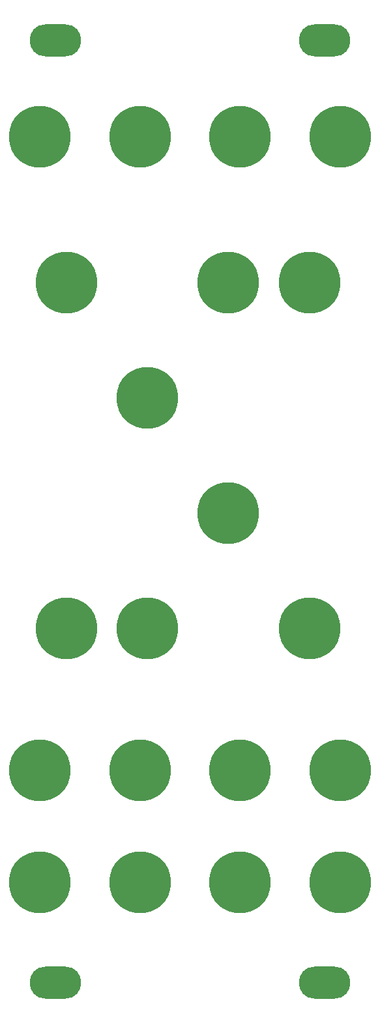
<source format=gts>
G04 #@! TF.GenerationSoftware,KiCad,Pcbnew,8.0.6-8.0.6-0~ubuntu22.04.1*
G04 #@! TF.CreationDate,2025-01-13T22:02:32+00:00*
G04 #@! TF.ProjectId,Basic_VCA,42617369-635f-4564-9341-2e6b69636164,rev?*
G04 #@! TF.SameCoordinates,Original*
G04 #@! TF.FileFunction,Soldermask,Top*
G04 #@! TF.FilePolarity,Negative*
%FSLAX46Y46*%
G04 Gerber Fmt 4.6, Leading zero omitted, Abs format (unit mm)*
G04 Created by KiCad (PCBNEW 8.0.6-8.0.6-0~ubuntu22.04.1) date 2025-01-13 22:02:32*
%MOMM*%
%LPD*%
G01*
G04 APERTURE LIST*
%ADD10O,6.700000X4.200000*%
%ADD11C,8.000000*%
G04 APERTURE END LIST*
D10*
X184500000Y-30500000D03*
X219500000Y-30500000D03*
X219500000Y-153000000D03*
X184500000Y-153000000D03*
D11*
X208500001Y-140000000D03*
X207000000Y-92000000D03*
X186000000Y-107000000D03*
X182500000Y-43000000D03*
X195500000Y-43000000D03*
X217500000Y-107000000D03*
X196500000Y-77000000D03*
X195500000Y-140000000D03*
X207000000Y-62000000D03*
X221500001Y-43000000D03*
X208500001Y-43000000D03*
X182500000Y-140000000D03*
X186000000Y-62000000D03*
X182499999Y-125400000D03*
X221500000Y-125400000D03*
X221500001Y-140000000D03*
X217500000Y-62000000D03*
X196500000Y-107000000D03*
X208500000Y-125400000D03*
X195499999Y-125400000D03*
M02*

</source>
